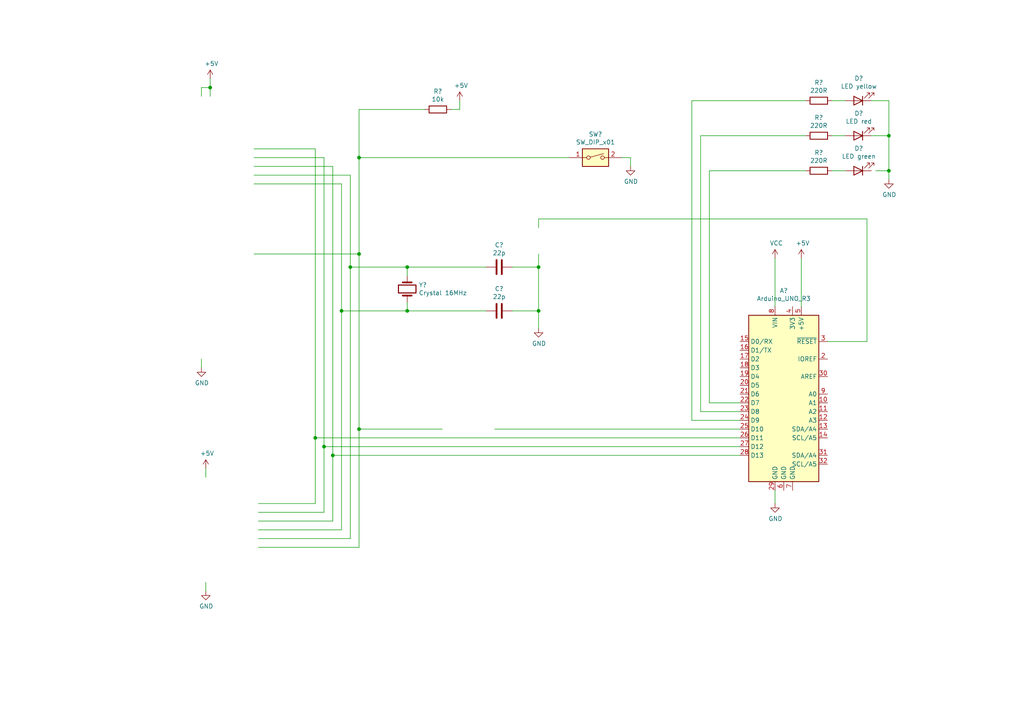
<source format=kicad_sch>
(kicad_sch (version 20211123) (generator eeschema)
  (paper "A4")
  (lib_symbols
    (symbol "Device:C" (pin_numbers hide) (pin_names (offset 0.254))
      (property "Reference" "C" (at 0.635 2.54 0))
      (property "Value" "C" (at 0.635 -2.54 0))
      (symbol "C_0_1"
        (polyline (pts (xy -2.032 -0.762) (xy 2.032 -0.762)) (stroke (width 0.508)))
        (polyline (pts (xy -2.032 0.762) (xy 2.032 0.762)) (stroke (width 0.508)))
      )
      (symbol "C_1_1"
        (pin passive line (at 0 3.81 270) (length 2.794) (name "~") (number "1"))
        (pin passive line (at 0 -3.81 90) (length 2.794) (name "~") (number "2"))
      )
    )
    (symbol "Device:Crystal" (pin_numbers hide) (pin_names (offset 1.016) hide)
      (property "Reference" "Y" (at 0 3.81 0))
      (property "Value" "Crystal" (at 0 -3.81 0))
      (symbol "Crystal_0_1"
        (rectangle (start -1.143 2.54) (end 1.143 -2.54) (stroke (width 0.3048)))
        (polyline (pts (xy -2.54 0) (xy -1.905 0)))
        (polyline (pts (xy -1.905 -1.27) (xy -1.905 1.27)) (stroke (width 0.508)))
        (polyline (pts (xy 1.905 -1.27) (xy 1.905 1.27)) (stroke (width 0.508)))
        (polyline (pts (xy 2.54 0) (xy 1.905 0)))
      )
      (symbol "Crystal_1_1"
        (pin passive line (at -3.81 0 0) (length 1.27) (name "1") (number "1"))
        (pin passive line (at 3.81 0 180) (length 1.27) (name "2") (number "2"))
      )
    )
    (symbol "Device:LED" (pin_numbers hide) (pin_names (offset 1.016) hide)
      (property "Reference" "D" (at 0 2.54 0))
      (property "Value" "LED" (at 0 -2.54 0))
      (symbol "LED_0_1"
        (polyline (pts (xy -1.27 -1.27) (xy -1.27 1.27)) (stroke (width 0.254)))
        (polyline (pts (xy -1.27 0) (xy 1.27 0)))
        (polyline (pts (xy 1.27 -1.27) (xy 1.27 1.27) (xy -1.27 0) (xy 1.27 -1.27)) (stroke (width 0.254)))
        (polyline (pts (xy -3.048 -0.762) (xy -4.572 -2.286) (xy -3.81 -2.286) (xy -4.572 -2.286) (xy -4.572 -1.524)))
        (polyline (pts (xy -1.778 -0.762) (xy -3.302 -2.286) (xy -2.54 -2.286) (xy -3.302 -2.286) (xy -3.302 -1.524)))
      )
      (symbol "LED_1_1"
        (pin passive line (at -3.81 0 0) (length 2.54) (name "K") (number "1"))
        (pin passive line (at 3.81 0 180) (length 2.54) (name "A") (number "2"))
      )
    )
    (symbol "Device:R" (pin_numbers hide) (pin_names (offset 0))
      (property "Reference" "R" (at 2.032 0 90))
      (property "Value" "R" (at 0 0 90))
      (symbol "R_0_1"
        (rectangle (start -1.016 -2.54) (end 1.016 2.54) (stroke (width 0.254)))
      )
      (symbol "R_1_1"
        (pin passive line (at 0 3.81 270) (length 1.27) (name "~") (number "1"))
        (pin passive line (at 0 -3.81 90) (length 1.27) (name "~") (number "2"))
      )
    )
    (symbol "MCU_Module:Arduino_UNO_R3"
      (property "Reference" "A" (at -10.16 23.495 0))
      (property "Value" "Arduino_UNO_R3" (at 5.08 -26.67 0))
      (symbol "Arduino_UNO_R3_0_1"
        (rectangle (start -10.16 22.86) (end 10.16 -25.4) (stroke (width 0.254)) (fill (type background)))
      )
      (symbol "Arduino_UNO_R3_1_1"
        (pin no_connect line (at -10.16 -20.32 0) (length 2.54) hide (name "NC") (number "1"))
        (pin bidirectional line (at 12.7 -2.54 180) (length 2.54) (name "A1") (number "10"))
        (pin bidirectional line (at 12.7 -5.08 180) (length 2.54) (name "A2") (number "11"))
        (pin bidirectional line (at 12.7 -7.62 180) (length 2.54) (name "A3") (number "12"))
        (pin bidirectional line (at 12.7 -10.16 180) (length 2.54) (name "SDA/A4") (number "13"))
        (pin bidirectional line (at 12.7 -12.7 180) (length 2.54) (name "SCL/A5") (number "14"))
        (pin bidirectional line (at -12.7 15.24 0) (length 2.54) (name "D0/RX") (number "15"))
        (pin bidirectional line (at -12.7 12.7 0) (length 2.54) (name "D1/TX") (number "16"))
        (pin bidirectional line (at -12.7 10.16 0) (length 2.54) (name "D2") (number "17"))
        (pin bidirectional line (at -12.7 7.62 0) (length 2.54) (name "D3") (number "18"))
        (pin bidirectional line (at -12.7 5.08 0) (length 2.54) (name "D4") (number "19"))
        (pin output line (at 12.7 10.16 180) (length 2.54) (name "IOREF") (number "2"))
        (pin bidirectional line (at -12.7 2.54 0) (length 2.54) (name "D5") (number "20"))
        (pin bidirectional line (at -12.7 0 0) (length 2.54) (name "D6") (number "21"))
        (pin bidirectional line (at -12.7 -2.54 0) (length 2.54) (name "D7") (number "22"))
        (pin bidirectional line (at -12.7 -5.08 0) (length 2.54) (name "D8") (number "23"))
        (pin bidirectional line (at -12.7 -7.62 0) (length 2.54) (name "D9") (number "24"))
        (pin bidirectional line (at -12.7 -10.16 0) (length 2.54) (name "D10") (number "25"))
        (pin bidirectional line (at -12.7 -12.7 0) (length 2.54) (name "D11") (number "26"))
        (pin bidirectional line (at -12.7 -15.24 0) (length 2.54) (name "D12") (number "27"))
        (pin bidirectional line (at -12.7 -17.78 0) (length 2.54) (name "D13") (number "28"))
        (pin power_in line (at -2.54 -27.94 90) (length 2.54) (name "GND") (number "29"))
        (pin input line (at 12.7 15.24 180) (length 2.54) (name "~{RESET}") (number "3"))
        (pin input line (at 12.7 5.08 180) (length 2.54) (name "AREF") (number "30"))
        (pin bidirectional line (at 12.7 -17.78 180) (length 2.54) (name "SDA/A4") (number "31"))
        (pin bidirectional line (at 12.7 -20.32 180) (length 2.54) (name "SCL/A5") (number "32"))
        (pin power_out line (at 2.54 25.4 270) (length 2.54) (name "3V3") (number "4"))
        (pin power_out line (at 5.08 25.4 270) (length 2.54) (name "+5V") (number "5"))
        (pin power_in line (at 0 -27.94 90) (length 2.54) (name "GND") (number "6"))
        (pin power_in line (at 2.54 -27.94 90) (length 2.54) (name "GND") (number "7"))
        (pin power_in line (at -2.54 25.4 270) (length 2.54) (name "VIN") (number "8"))
        (pin bidirectional line (at 12.7 0 180) (length 2.54) (name "A0") (number "9"))
      )
    )
    (symbol "Switch:SW_DIP_x01" (pin_names (offset 0) hide)
      (property "Reference" "SW" (at 0 3.81 0))
      (property "Value" "SW_DIP_x01" (at 0 -3.81 0))
      (symbol "SW_DIP_x01_0_0"
        (circle (center -2.032 0) (radius 0.508))
        (polyline (pts (xy -1.524 0.127) (xy 2.3622 1.1684)))
        (circle (center 2.032 0) (radius 0.508))
      )
      (symbol "SW_DIP_x01_0_1"
        (rectangle (start -3.81 2.54) (end 3.81 -2.54) (stroke (width 0.254)) (fill (type background)))
      )
      (symbol "SW_DIP_x01_1_1"
        (pin passive line (at -7.62 0 0) (length 5.08) (name "~") (number "1"))
        (pin passive line (at 7.62 0 180) (length 5.08) (name "~") (number "2"))
      )
    )
    (symbol "power:+5V" (power) (pin_names (offset 0))
      (property "Value" "+5V" (at 0 3.556 0))
      (symbol "+5V_0_1"
        (polyline (pts (xy -0.762 1.27) (xy 0 2.54)))
        (polyline (pts (xy 0 0) (xy 0 2.54)))
        (polyline (pts (xy 0 2.54) (xy 0.762 1.27)))
      )
      (symbol "+5V_1_1"
        (pin power_in line (at 0 0 90) (length 0) hide (name "+5V") (number "1"))
      )
    )
    (symbol "power:GND" (power) (pin_names (offset 0))
      (property "Value" "GND" (at 0 -3.81 0))
      (symbol "GND_0_1"
        (polyline (pts (xy 0 0) (xy 0 -1.27) (xy 1.27 -1.27) (xy 0 -2.54) (xy -1.27 -1.27) (xy 0 -1.27)))
      )
      (symbol "GND_1_1"
        (pin power_in line (at 0 0 270) (length 0) hide (name "GND") (number "1"))
      )
    )
    (symbol "power:VCC" (power) (pin_names (offset 0))
      (property "Value" "VCC" (at 0 3.81 0))
      (symbol "VCC_0_1"
        (polyline (pts (xy -0.762 1.27) (xy 0 2.54)))
        (polyline (pts (xy 0 0) (xy 0 2.54)))
        (polyline (pts (xy 0 2.54) (xy 0.762 1.27)))
      )
      (symbol "VCC_1_1"
        (pin power_in line (at 0 0 90) (length 0) hide (name "VCC") (number "1"))
      )
    )
  )
  (junction (at 91.44 127))
  (junction (at 104.14 124.46))
  (junction (at 257.81 49.53))
  (junction (at 257.81 39.37))
  (junction (at 156.21 77.47))
  (junction (at 118.11 90.17))
  (junction (at 93.98 129.54))
  (junction (at 101.6 77.47))
  (junction (at 118.11 77.47))
  (junction (at 156.21 90.17))
  (junction (at 60.96 25.4))
  (junction (at 99.06 90.17))
  (junction (at 96.52 132.08))
  (junction (at 104.14 73.66))
  (junction (at 104.14 45.72))
  (wire (pts (xy 104.14 45.72) (xy 165.1 45.72)))
  (wire (pts (xy 156.21 66.04) (xy 156.21 63.5)))
  (wire (pts (xy 182.88 45.72) (xy 180.34 45.72)))
  (wire (pts (xy 241.3 39.37) (xy 245.11 39.37)))
  (wire (pts (xy 214.63 129.54) (xy 93.98 129.54)))
  (wire (pts (xy 58.42 25.4) (xy 58.42 27.94)))
  (wire (pts (xy 241.3 49.53) (xy 245.11 49.53)))
  (wire (pts (xy 104.14 73.66) (xy 104.14 124.46)))
  (wire (pts (xy 104.14 31.75) (xy 104.14 45.72)))
  (wire (pts (xy 203.2 39.37) (xy 203.2 119.38)))
  (wire (pts (xy 254 49.53) (xy 257.81 49.53)))
  (wire (pts (xy 133.35 29.21) (xy 133.35 31.75)))
  (wire (pts (xy 96.52 48.26) (xy 96.52 132.08)))
  (wire (pts (xy 73.66 50.8) (xy 101.6 50.8)))
  (wire (pts (xy 233.68 29.21) (xy 200.66 29.21)))
  (wire (pts (xy 156.21 77.47) (xy 156.21 90.17)))
  (wire (pts (xy 73.66 45.72) (xy 93.98 45.72)))
  (wire (pts (xy 214.63 127) (xy 91.44 127)))
  (wire (pts (xy 104.14 124.46) (xy 104.14 158.75)))
  (wire (pts (xy 123.19 31.75) (xy 104.14 31.75)))
  (wire (pts (xy 96.52 132.08) (xy 96.52 151.13)))
  (wire (pts (xy 91.44 43.18) (xy 91.44 127)))
  (wire (pts (xy 205.74 116.84) (xy 205.74 49.53)))
  (wire (pts (xy 156.21 63.5) (xy 251.46 63.5)))
  (wire (pts (xy 93.98 129.54) (xy 93.98 148.59)))
  (wire (pts (xy 58.42 106.68) (xy 58.42 104.14)))
  (wire (pts (xy 257.81 49.53) (xy 257.81 52.07)))
  (wire (pts (xy 73.66 73.66) (xy 104.14 73.66)))
  (wire (pts (xy 101.6 77.47) (xy 101.6 156.21)))
  (wire (pts (xy 257.81 39.37) (xy 257.81 49.53)))
  (wire (pts (xy 200.66 121.92) (xy 214.63 121.92)))
  (wire (pts (xy 251.46 63.5) (xy 251.46 99.06)))
  (wire (pts (xy 257.81 29.21) (xy 257.81 39.37)))
  (wire (pts (xy 99.06 53.34) (xy 99.06 90.17)))
  (wire (pts (xy 128.27 124.46) (xy 104.14 124.46)))
  (wire (pts (xy 59.69 171.45) (xy 59.69 168.91)))
  (wire (pts (xy 93.98 45.72) (xy 93.98 129.54)))
  (wire (pts (xy 251.46 99.06) (xy 240.03 99.06)))
  (wire (pts (xy 224.79 88.9) (xy 224.79 74.93)))
  (wire (pts (xy 104.14 45.72) (xy 104.14 73.66)))
  (wire (pts (xy 104.14 158.75) (xy 74.93 158.75)))
  (wire (pts (xy 73.66 43.18) (xy 91.44 43.18)))
  (wire (pts (xy 200.66 29.21) (xy 200.66 121.92)))
  (wire (pts (xy 99.06 90.17) (xy 99.06 153.67)))
  (wire (pts (xy 118.11 90.17) (xy 140.97 90.17)))
  (wire (pts (xy 118.11 77.47) (xy 101.6 77.47)))
  (wire (pts (xy 133.35 31.75) (xy 130.81 31.75)))
  (wire (pts (xy 73.66 48.26) (xy 96.52 48.26)))
  (wire (pts (xy 156.21 77.47) (xy 156.21 73.66)))
  (wire (pts (xy 252.73 39.37) (xy 257.81 39.37)))
  (wire (pts (xy 59.69 138.43) (xy 59.69 135.89)))
  (wire (pts (xy 148.59 77.47) (xy 156.21 77.47)))
  (wire (pts (xy 214.63 124.46) (xy 143.51 124.46)))
  (wire (pts (xy 148.59 90.17) (xy 156.21 90.17)))
  (wire (pts (xy 118.11 80.01) (xy 118.11 77.47)))
  (wire (pts (xy 224.79 142.24) (xy 224.79 146.05)))
  (wire (pts (xy 60.96 25.4) (xy 58.42 25.4)))
  (wire (pts (xy 96.52 151.13) (xy 74.93 151.13)))
  (wire (pts (xy 99.06 153.67) (xy 74.93 153.67)))
  (wire (pts (xy 91.44 127) (xy 91.44 146.05)))
  (wire (pts (xy 203.2 39.37) (xy 233.68 39.37)))
  (wire (pts (xy 156.21 90.17) (xy 156.21 95.25)))
  (wire (pts (xy 73.66 53.34) (xy 99.06 53.34)))
  (wire (pts (xy 118.11 87.63) (xy 118.11 90.17)))
  (wire (pts (xy 214.63 132.08) (xy 96.52 132.08)))
  (wire (pts (xy 101.6 50.8) (xy 101.6 77.47)))
  (wire (pts (xy 205.74 49.53) (xy 233.68 49.53)))
  (wire (pts (xy 182.88 48.26) (xy 182.88 45.72)))
  (wire (pts (xy 118.11 77.47) (xy 140.97 77.47)))
  (wire (pts (xy 93.98 148.59) (xy 74.93 148.59)))
  (wire (pts (xy 245.11 29.21) (xy 241.3 29.21)))
  (wire (pts (xy 60.96 25.4) (xy 60.96 22.86)))
  (wire (pts (xy 101.6 156.21) (xy 74.93 156.21)))
  (wire (pts (xy 214.63 119.38) (xy 203.2 119.38)))
  (wire (pts (xy 214.63 116.84) (xy 205.74 116.84)))
  (wire (pts (xy 118.11 90.17) (xy 99.06 90.17)))
  (wire (pts (xy 232.41 74.93) (xy 232.41 88.9)))
  (wire (pts (xy 60.96 27.94) (xy 60.96 25.4)))
  (wire (pts (xy 91.44 146.05) (xy 74.93 146.05)))
  (wire (pts (xy 252.73 29.21) (xy 257.81 29.21)))
  (symbol (lib_id "MCU_Module:Arduino_UNO_R3") (at 227.33 114.3 0) (unit 1)
    (property "Reference" "A?" (at 227.33 84.3026 0))
    (property "Value" "Arduino_UNO_R3" (at 227.33 86.614 0))
    (property "Footprint" "Module:Arduino_UNO_R3" (effects hide))
    (property "Datasheet" "https://www.arduino.cc/en/Main/arduinoBoardUno" (effects hide))
  )
  (symbol (lib_id "MCU_Microchip_ATmega:ATmega328-PU") (at 58.42 66.04 0) (unit 1)
    (property "Reference" "U?" (at 42.0624 64.8716 0) (effects (justify right)))
    (property "Value" "ATmega328-PU" (at 42.0624 67.183 0) (effects (justify right)))
    (property "Footprint" "Package_DIP:DIP-28_W7.62mm" (effects hide))
    (property "Datasheet" "http://ww1.microchip.com/downloads/en/DeviceDoc/ATmega328_P%20AVR%20MCU%20with%20picoPower%20Technology%20Data%20Sheet%2040001984A.pdf" (effects hide))
  )
  (symbol (lib_id "MCU_Microchip_ATtiny:ATtiny85-20PU") (at 59.69 153.67 0) (unit 1)
    (property "Reference" "U?" (at 46.2534 152.5016 0) (effects (justify right)))
    (property "Value" "ATtiny85-20PU" (at 46.2534 154.813 0) (effects (justify right)))
    (property "Footprint" "Package_DIP:DIP-8_W7.62mm" (effects hide))
    (property "Datasheet" "http://ww1.microchip.com/downloads/en/DeviceDoc/atmel-2586-avr-8-bit-microcontroller-attiny25-attiny45-attiny85_datasheet.pdf" (effects hide))
  )
  (symbol (lib_id "power:GND") (at 224.79 146.05 0) (unit 1)
    (property "Reference" "#PWR?" (effects hide))
    (property "Value" "GND" (at 224.917 150.4442 0))
  )
  (symbol (lib_id "power:GND") (at 59.69 171.45 0) (unit 1)
    (property "Reference" "#PWR?" (effects hide))
    (property "Value" "GND" (at 59.817 175.8442 0))
  )
  (symbol (lib_id "power:GND") (at 58.42 106.68 0) (unit 1)
    (property "Reference" "#PWR?" (effects hide))
    (property "Value" "GND" (at 58.547 111.0742 0))
  )
  (symbol (lib_id "power:VCC") (at 224.79 74.93 0) (unit 1)
    (property "Reference" "#PWR?" (effects hide))
    (property "Value" "VCC" (at 225.171 70.5358 0))
  )
  (symbol (lib_id "power:+5V") (at 232.41 74.93 0) (unit 1)
    (property "Reference" "#PWR?" (effects hide))
    (property "Value" "+5V" (at 232.791 70.5358 0))
  )
  (symbol (lib_id "power:+5V") (at 60.96 22.86 0) (unit 1)
    (property "Reference" "#PWR?" (effects hide))
    (property "Value" "+5V" (at 61.341 18.4658 0))
  )
  (symbol (lib_id "Switch:SW_DIP_x01") (at 172.72 45.72 0) (unit 1)
    (property "Reference" "SW?" (at 172.72 38.9382 0))
    (property "Value" "SW_DIP_x01" (at 172.72 41.2496 0))
  )
  (symbol (lib_id "power:GND") (at 182.88 48.26 0) (unit 1)
    (property "Reference" "#PWR?" (effects hide))
    (property "Value" "GND" (at 183.007 52.6542 0))
  )
  (symbol (lib_id "Device:R") (at 127 31.75 270) (unit 1)
    (property "Reference" "R?" (at 127 26.4922 90))
    (property "Value" "10k" (at 127 28.8036 90))
  )
  (symbol (lib_id "power:+5V") (at 133.35 29.21 0) (unit 1)
    (property "Reference" "#PWR?" (effects hide))
    (property "Value" "+5V" (at 133.731 24.8158 0))
  )
  (symbol (lib_id "power:+5V") (at 59.69 135.89 0) (unit 1)
    (property "Reference" "#PWR?" (effects hide))
    (property "Value" "+5V" (at 60.071 131.4958 0))
  )
  (symbol (lib_id "Device:Jumper") (at 135.89 124.46 0) (unit 1)
    (property "Reference" "JP?" (at 135.89 117.7544 0))
    (property "Value" "Jumper" (at 135.89 120.0658 0))
  )
  (symbol (lib_id "Device:LED") (at 248.92 29.21 180) (unit 1)
    (property "Reference" "D?" (at 249.0978 22.733 0))
    (property "Value" "LED yellow" (at 249.0978 25.0444 0))
  )
  (symbol (lib_id "Device:LED") (at 248.92 39.37 180) (unit 1)
    (property "Reference" "D?" (at 249.0978 32.893 0))
    (property "Value" "LED red" (at 249.0978 35.2044 0))
  )
  (symbol (lib_id "Device:LED") (at 248.92 49.53 180) (unit 1)
    (property "Reference" "D?" (at 249.0978 43.053 0))
    (property "Value" "LED green" (at 249.0978 45.3644 0))
  )
  (symbol (lib_id "Device:R") (at 237.49 29.21 270) (unit 1)
    (property "Reference" "R?" (at 237.49 23.9522 90))
    (property "Value" "220R" (at 237.49 26.2636 90))
  )
  (symbol (lib_id "Device:R") (at 237.49 39.37 270) (unit 1)
    (property "Reference" "R?" (at 237.49 34.1122 90))
    (property "Value" "220R" (at 237.49 36.4236 90))
  )
  (symbol (lib_id "Device:R") (at 237.49 49.53 270) (unit 1)
    (property "Reference" "R?" (at 237.49 44.2722 90))
    (property "Value" "220R" (at 237.49 46.5836 90))
  )
  (symbol (lib_id "power:GND") (at 257.81 52.07 0) (unit 1)
    (property "Reference" "#PWR?" (effects hide))
    (property "Value" "GND" (at 257.937 56.4642 0))
  )
  (symbol (lib_id "Device:Crystal") (at 118.11 83.82 270) (unit 1)
    (property "Reference" "Y?" (at 121.4374 82.6516 90) (effects (justify left)))
    (property "Value" "Crystal 16MHz" (at 121.4374 84.963 90) (effects (justify left)))
  )
  (symbol (lib_id "Device:C") (at 144.78 77.47 270) (unit 1)
    (property "Reference" "C?" (at 144.78 71.0692 90))
    (property "Value" "22p" (at 144.78 73.3806 90))
  )
  (symbol (lib_id "Device:C") (at 144.78 90.17 270) (unit 1)
    (property "Reference" "C?" (at 144.78 83.7692 90))
    (property "Value" "22p" (at 144.78 86.0806 90))
  )
  (symbol (lib_id "power:GND") (at 156.21 95.25 0) (unit 1)
    (property "Reference" "#PWR?" (effects hide))
    (property "Value" "GND" (at 156.337 99.6442 0))
  )
  (symbol (lib_id "Device:CP") (at 156.21 69.85 0) (unit 1)
    (property "Reference" "C?" (at 159.2072 68.6816 0) (effects (justify left)))
    (property "Value" "10u" (at 159.2072 70.993 0) (effects (justify left)))
  )
)
</source>
